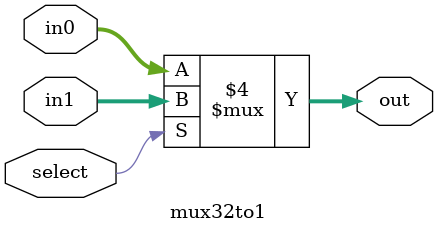
<source format=v>
`timescale 1ns / 1ps
module mux32to1(
 out, in0, in1, select
    );
	
    
   input select;
	input [31:0]in0;
	input [31:0]in1;
	output reg [31:0]out;

	
	wire select;
	//wire[1:0] in;
	always @(select or in0 or in1)
	begin
	  if (select == 0)
		 out = in0;
	  else
		 out = in1;
	end


endmodule

</source>
